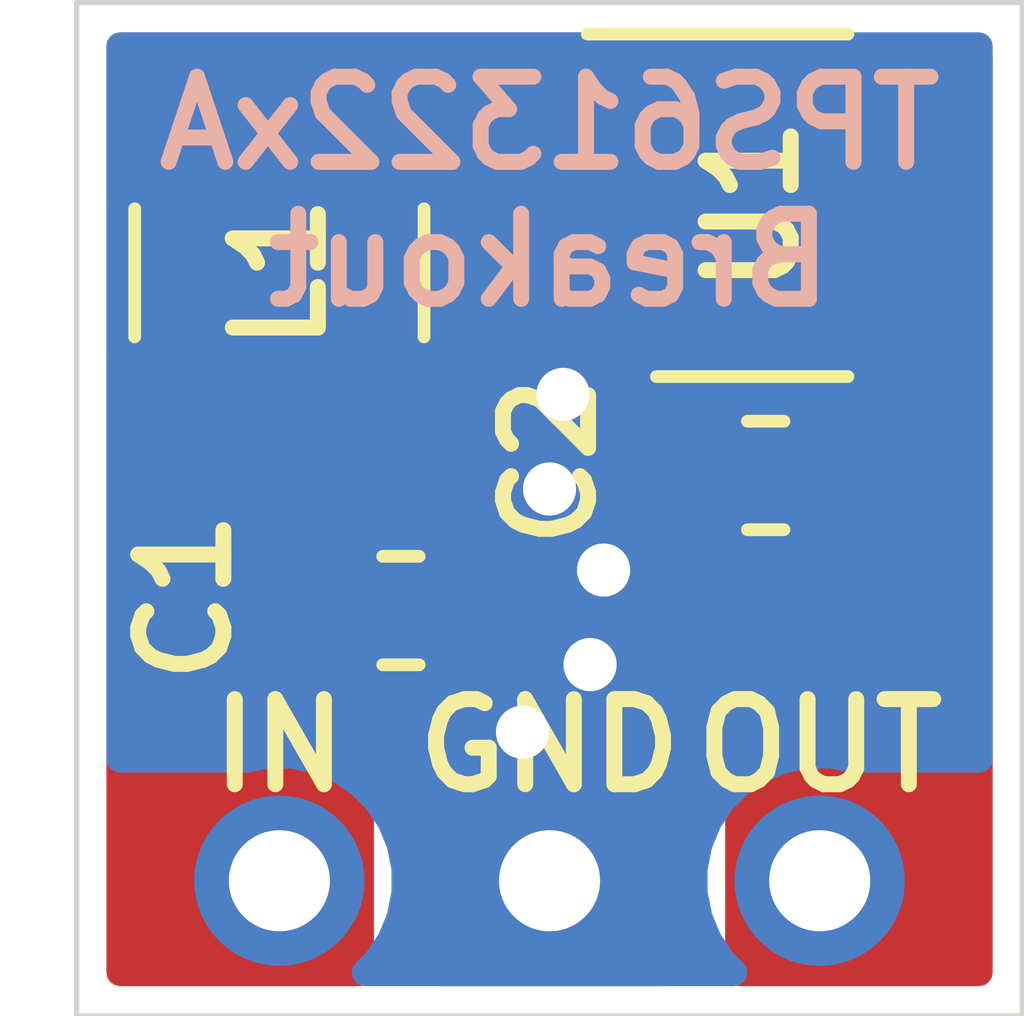
<source format=kicad_pcb>
(kicad_pcb (version 20171130) (host pcbnew "(5.1.5)-3")

  (general
    (thickness 1.6)
    (drawings 8)
    (tracks 5)
    (zones 0)
    (modules 5)
    (nets 5)
  )

  (page A4)
  (layers
    (0 F.Cu signal)
    (31 B.Cu signal)
    (32 B.Adhes user)
    (33 F.Adhes user)
    (34 B.Paste user)
    (35 F.Paste user)
    (36 B.SilkS user)
    (37 F.SilkS user)
    (38 B.Mask user)
    (39 F.Mask user)
    (40 Dwgs.User user)
    (41 Cmts.User user)
    (42 Eco1.User user)
    (43 Eco2.User user)
    (44 Edge.Cuts user)
    (45 Margin user)
    (46 B.CrtYd user)
    (47 F.CrtYd user)
    (48 B.Fab user)
    (49 F.Fab user)
  )

  (setup
    (last_trace_width 0.25)
    (trace_clearance 0.2)
    (zone_clearance 0.254)
    (zone_45_only no)
    (trace_min 0.2)
    (via_size 0.8)
    (via_drill 0.4)
    (via_min_size 0.4)
    (via_min_drill 0.3)
    (uvia_size 0.3)
    (uvia_drill 0.1)
    (uvias_allowed no)
    (uvia_min_size 0.2)
    (uvia_min_drill 0.1)
    (edge_width 0.05)
    (segment_width 0.2)
    (pcb_text_width 0.3)
    (pcb_text_size 1.5 1.5)
    (mod_edge_width 0.12)
    (mod_text_size 1 1)
    (mod_text_width 0.15)
    (pad_size 1.524 1.524)
    (pad_drill 0.762)
    (pad_to_mask_clearance 0.051)
    (solder_mask_min_width 0.25)
    (aux_axis_origin 151.13 113.03)
    (grid_origin 151.13 113.03)
    (visible_elements 7FFDFFFF)
    (pcbplotparams
      (layerselection 0x010fc_ffffffff)
      (usegerberextensions true)
      (usegerberattributes false)
      (usegerberadvancedattributes false)
      (creategerberjobfile false)
      (excludeedgelayer true)
      (linewidth 0.100000)
      (plotframeref false)
      (viasonmask false)
      (mode 1)
      (useauxorigin false)
      (hpglpennumber 1)
      (hpglpenspeed 20)
      (hpglpendiameter 15.000000)
      (psnegative false)
      (psa4output false)
      (plotreference true)
      (plotvalue true)
      (plotinvisibletext false)
      (padsonsilk false)
      (subtractmaskfromsilk true)
      (outputformat 1)
      (mirror false)
      (drillshape 0)
      (scaleselection 1)
      (outputdirectory "gerber/"))
  )

  (net 0 "")
  (net 1 GND)
  (net 2 VIN)
  (net 3 VOUT)
  (net 4 "Net-(L1-Pad2)")

  (net_class Default "これはデフォルトのネット クラスです。"
    (clearance 0.2)
    (trace_width 0.25)
    (via_dia 0.8)
    (via_drill 0.4)
    (uvia_dia 0.3)
    (uvia_drill 0.1)
    (add_net GND)
    (add_net "Net-(L1-Pad2)")
    (add_net VIN)
    (add_net VOUT)
  )

  (module Package_TO_SOT_SMD:SOT-23-5_HandSoldering (layer F.Cu) (tedit 5A0AB76C) (tstamp 5EBD3F64)
    (at 157.48 105.41)
    (descr "5-pin SOT23 package")
    (tags "SOT-23-5 hand-soldering")
    (path /5EBD6998)
    (attr smd)
    (fp_text reference U1 (at 0 0 90) (layer F.SilkS)
      (effects (font (size 0.8 0.8) (thickness 0.15)))
    )
    (fp_text value TPS61322xA (at 0 2.9) (layer F.Fab)
      (effects (font (size 1 1) (thickness 0.15)))
    )
    (fp_line (start 2.38 1.8) (end -2.38 1.8) (layer F.CrtYd) (width 0.05))
    (fp_line (start 2.38 1.8) (end 2.38 -1.8) (layer F.CrtYd) (width 0.05))
    (fp_line (start -2.38 -1.8) (end -2.38 1.8) (layer F.CrtYd) (width 0.05))
    (fp_line (start -2.38 -1.8) (end 2.38 -1.8) (layer F.CrtYd) (width 0.05))
    (fp_line (start 0.9 -1.55) (end 0.9 1.55) (layer F.Fab) (width 0.1))
    (fp_line (start 0.9 1.55) (end -0.9 1.55) (layer F.Fab) (width 0.1))
    (fp_line (start -0.9 -0.9) (end -0.9 1.55) (layer F.Fab) (width 0.1))
    (fp_line (start 0.9 -1.55) (end -0.25 -1.55) (layer F.Fab) (width 0.1))
    (fp_line (start -0.9 -0.9) (end -0.25 -1.55) (layer F.Fab) (width 0.1))
    (fp_line (start 0.9 -1.61) (end -1.55 -1.61) (layer F.SilkS) (width 0.12))
    (fp_line (start -0.9 1.61) (end 0.9 1.61) (layer F.SilkS) (width 0.12))
    (fp_text user %R (at 0 0 90) (layer F.Fab)
      (effects (font (size 0.5 0.5) (thickness 0.075)))
    )
    (pad 5 smd rect (at 1.35 -0.95) (size 1.56 0.65) (layers F.Cu F.Paste F.Mask)
      (net 3 VOUT))
    (pad 4 smd rect (at 1.35 0.95) (size 1.56 0.65) (layers F.Cu F.Paste F.Mask)
      (net 3 VOUT))
    (pad 3 smd rect (at -1.35 0.95) (size 1.56 0.65) (layers F.Cu F.Paste F.Mask)
      (net 1 GND))
    (pad 2 smd rect (at -1.35 0) (size 1.56 0.65) (layers F.Cu F.Paste F.Mask)
      (net 1 GND))
    (pad 1 smd rect (at -1.35 -0.95) (size 1.56 0.65) (layers F.Cu F.Paste F.Mask)
      (net 4 "Net-(L1-Pad2)"))
    (model ${KISYS3DMOD}/Package_TO_SOT_SMD.3dshapes/SOT-23-5.wrl
      (at (xyz 0 0 0))
      (scale (xyz 1 1 1))
      (rotate (xyz 0 0 0))
    )
  )

  (module Inductor_SMD:L_1210_3225Metric (layer F.Cu) (tedit 5B301BBE) (tstamp 5EBD4C97)
    (at 153.035 106.045 90)
    (descr "Inductor SMD 1210 (3225 Metric), square (rectangular) end terminal, IPC_7351 nominal, (Body size source: http://www.tortai-tech.com/upload/download/2011102023233369053.pdf), generated with kicad-footprint-generator")
    (tags inductor)
    (path /5EBCD990)
    (attr smd)
    (fp_text reference L1 (at 0 0 270) (layer F.SilkS)
      (effects (font (size 0.8 0.8) (thickness 0.15)))
    )
    (fp_text value 4.7uH (at 0 2.28 90) (layer F.Fab)
      (effects (font (size 1 1) (thickness 0.15)))
    )
    (fp_text user %R (at 0 0 90) (layer F.Fab)
      (effects (font (size 0.8 0.8) (thickness 0.12)))
    )
    (fp_line (start 2.28 1.58) (end -2.28 1.58) (layer F.CrtYd) (width 0.05))
    (fp_line (start 2.28 -1.58) (end 2.28 1.58) (layer F.CrtYd) (width 0.05))
    (fp_line (start -2.28 -1.58) (end 2.28 -1.58) (layer F.CrtYd) (width 0.05))
    (fp_line (start -2.28 1.58) (end -2.28 -1.58) (layer F.CrtYd) (width 0.05))
    (fp_line (start -0.602064 1.36) (end 0.602064 1.36) (layer F.SilkS) (width 0.12))
    (fp_line (start -0.602064 -1.36) (end 0.602064 -1.36) (layer F.SilkS) (width 0.12))
    (fp_line (start 1.6 1.25) (end -1.6 1.25) (layer F.Fab) (width 0.1))
    (fp_line (start 1.6 -1.25) (end 1.6 1.25) (layer F.Fab) (width 0.1))
    (fp_line (start -1.6 -1.25) (end 1.6 -1.25) (layer F.Fab) (width 0.1))
    (fp_line (start -1.6 1.25) (end -1.6 -1.25) (layer F.Fab) (width 0.1))
    (pad 2 smd roundrect (at 1.4 0 90) (size 1.25 2.65) (layers F.Cu F.Paste F.Mask) (roundrect_rratio 0.2)
      (net 4 "Net-(L1-Pad2)"))
    (pad 1 smd roundrect (at -1.4 0 90) (size 1.25 2.65) (layers F.Cu F.Paste F.Mask) (roundrect_rratio 0.2)
      (net 2 VIN))
    (model ${KISYS3DMOD}/Inductor_SMD.3dshapes/L_1210_3225Metric.wrl
      (at (xyz 0 0 0))
      (scale (xyz 1 1 1))
      (rotate (xyz 0 0 0))
    )
  )

  (module footprints:Connector_2.54mm_03 (layer F.Cu) (tedit 5EB63FEA) (tstamp 5EBD386D)
    (at 153.035 111.76 90)
    (path /5EBDB843)
    (fp_text reference J1 (at 0 -1.778 90) (layer F.Fab)
      (effects (font (size 1 1) (thickness 0.15)))
    )
    (fp_text value Conn_01x03 (at 0 -3.302 90) (layer F.Fab) hide
      (effects (font (size 1 1) (thickness 0.15)))
    )
    (pad 3 thru_hole circle (at 0 5.08 90) (size 1.6 1.6) (drill 0.95) (layers *.Cu *.Mask)
      (net 3 VOUT))
    (pad 2 thru_hole circle (at 0 2.54 90) (size 1.6 1.6) (drill 0.95) (layers *.Cu *.Mask)
      (net 1 GND))
    (pad 1 thru_hole circle (at 0 0 90) (size 1.6 1.6) (drill 0.95) (layers *.Cu *.Mask)
      (net 2 VIN))
  )

  (module Capacitor_SMD:C_0603_1608Metric_Pad1.05x0.95mm_HandSolder (layer F.Cu) (tedit 5B301BBE) (tstamp 5EBD527A)
    (at 157.607 107.95 180)
    (descr "Capacitor SMD 0603 (1608 Metric), square (rectangular) end terminal, IPC_7351 nominal with elongated pad for handsoldering. (Body size source: http://www.tortai-tech.com/upload/download/2011102023233369053.pdf), generated with kicad-footprint-generator")
    (tags "capacitor handsolder")
    (path /5EBCE6AC)
    (attr smd)
    (fp_text reference C2 (at 2.032 0.127 90 unlocked) (layer F.SilkS)
      (effects (font (size 0.8 0.8) (thickness 0.15)))
    )
    (fp_text value 22uF (at 0 1.43) (layer F.Fab)
      (effects (font (size 1 1) (thickness 0.15)))
    )
    (fp_text user %R (at 0 0) (layer F.Fab)
      (effects (font (size 0.4 0.4) (thickness 0.06)))
    )
    (fp_line (start 1.65 0.73) (end -1.65 0.73) (layer F.CrtYd) (width 0.05))
    (fp_line (start 1.65 -0.73) (end 1.65 0.73) (layer F.CrtYd) (width 0.05))
    (fp_line (start -1.65 -0.73) (end 1.65 -0.73) (layer F.CrtYd) (width 0.05))
    (fp_line (start -1.65 0.73) (end -1.65 -0.73) (layer F.CrtYd) (width 0.05))
    (fp_line (start -0.171267 0.51) (end 0.171267 0.51) (layer F.SilkS) (width 0.12))
    (fp_line (start -0.171267 -0.51) (end 0.171267 -0.51) (layer F.SilkS) (width 0.12))
    (fp_line (start 0.8 0.4) (end -0.8 0.4) (layer F.Fab) (width 0.1))
    (fp_line (start 0.8 -0.4) (end 0.8 0.4) (layer F.Fab) (width 0.1))
    (fp_line (start -0.8 -0.4) (end 0.8 -0.4) (layer F.Fab) (width 0.1))
    (fp_line (start -0.8 0.4) (end -0.8 -0.4) (layer F.Fab) (width 0.1))
    (pad 2 smd roundrect (at 0.875 0 180) (size 1.05 0.95) (layers F.Cu F.Paste F.Mask) (roundrect_rratio 0.25)
      (net 1 GND))
    (pad 1 smd roundrect (at -0.875 0 180) (size 1.05 0.95) (layers F.Cu F.Paste F.Mask) (roundrect_rratio 0.25)
      (net 3 VOUT))
    (model ${KISYS3DMOD}/Capacitor_SMD.3dshapes/C_0603_1608Metric.wrl
      (at (xyz 0 0 0))
      (scale (xyz 1 1 1))
      (rotate (xyz 0 0 0))
    )
  )

  (module Capacitor_SMD:C_0603_1608Metric_Pad1.05x0.95mm_HandSolder (layer F.Cu) (tedit 5B301BBE) (tstamp 5EBD4B91)
    (at 154.178 109.22)
    (descr "Capacitor SMD 0603 (1608 Metric), square (rectangular) end terminal, IPC_7351 nominal with elongated pad for handsoldering. (Body size source: http://www.tortai-tech.com/upload/download/2011102023233369053.pdf), generated with kicad-footprint-generator")
    (tags "capacitor handsolder")
    (path /5EBD2499)
    (attr smd)
    (fp_text reference C1 (at -2.032 -0.127 90) (layer F.SilkS)
      (effects (font (size 0.8 0.8) (thickness 0.15)))
    )
    (fp_text value 4.7uF (at 0 1.43) (layer F.Fab)
      (effects (font (size 1 1) (thickness 0.15)))
    )
    (fp_text user %R (at 0 0) (layer F.Fab)
      (effects (font (size 0.4 0.4) (thickness 0.06)))
    )
    (fp_line (start 1.65 0.73) (end -1.65 0.73) (layer F.CrtYd) (width 0.05))
    (fp_line (start 1.65 -0.73) (end 1.65 0.73) (layer F.CrtYd) (width 0.05))
    (fp_line (start -1.65 -0.73) (end 1.65 -0.73) (layer F.CrtYd) (width 0.05))
    (fp_line (start -1.65 0.73) (end -1.65 -0.73) (layer F.CrtYd) (width 0.05))
    (fp_line (start -0.171267 0.51) (end 0.171267 0.51) (layer F.SilkS) (width 0.12))
    (fp_line (start -0.171267 -0.51) (end 0.171267 -0.51) (layer F.SilkS) (width 0.12))
    (fp_line (start 0.8 0.4) (end -0.8 0.4) (layer F.Fab) (width 0.1))
    (fp_line (start 0.8 -0.4) (end 0.8 0.4) (layer F.Fab) (width 0.1))
    (fp_line (start -0.8 -0.4) (end 0.8 -0.4) (layer F.Fab) (width 0.1))
    (fp_line (start -0.8 0.4) (end -0.8 -0.4) (layer F.Fab) (width 0.1))
    (pad 2 smd roundrect (at 0.875 0) (size 1.05 0.95) (layers F.Cu F.Paste F.Mask) (roundrect_rratio 0.25)
      (net 1 GND))
    (pad 1 smd roundrect (at -0.875 0) (size 1.05 0.95) (layers F.Cu F.Paste F.Mask) (roundrect_rratio 0.25)
      (net 2 VIN))
    (model ${KISYS3DMOD}/Capacitor_SMD.3dshapes/C_0603_1608Metric.wrl
      (at (xyz 0 0 0))
      (scale (xyz 1 1 1))
      (rotate (xyz 0 0 0))
    )
  )

  (gr_text "TPS61322xA\nBreakout" (at 155.575 105.283) (layer B.SilkS)
    (effects (font (size 0.8 0.8) (thickness 0.15)) (justify mirror))
  )
  (gr_text OUT (at 158.115 110.49) (layer F.SilkS) (tstamp 5EBD581A)
    (effects (font (size 0.8 0.8) (thickness 0.15)))
  )
  (gr_text GND (at 155.575 110.49) (layer F.SilkS)
    (effects (font (size 0.8 0.8) (thickness 0.15)))
  )
  (gr_text IN (at 153.035 110.49) (layer F.SilkS)
    (effects (font (size 0.8 0.8) (thickness 0.15)))
  )
  (gr_line (start 151.13 113.03) (end 160.02 113.03) (layer Edge.Cuts) (width 0.05) (tstamp 5EBD3B79))
  (gr_line (start 151.13 103.505) (end 151.13 113.03) (layer Edge.Cuts) (width 0.05) (tstamp 5EBD3B21))
  (gr_line (start 160.02 103.505) (end 151.13 103.505) (layer Edge.Cuts) (width 0.05))
  (gr_line (start 160.02 113.03) (end 160.02 103.505) (layer Edge.Cuts) (width 0.05))

  (via (at 155.702 107.188) (size 0.8) (drill 0.5) (layers F.Cu B.Cu) (net 1))
  (via (at 156.083 108.839) (size 0.8) (drill 0.5) (layers F.Cu B.Cu) (net 1))
  (via (at 155.956 109.728) (size 0.8) (drill 0.5) (layers F.Cu B.Cu) (net 1))
  (via (at 155.575 108.077) (size 0.8) (drill 0.5) (layers F.Cu B.Cu) (net 1) (tstamp 5EBD560D))
  (via (at 155.321 110.363) (size 0.8) (drill 0.5) (layers F.Cu B.Cu) (net 1))

  (zone (net 2) (net_name VIN) (layer F.Cu) (tstamp 5EC8F6F2) (hatch edge 0.508)
    (connect_pads yes (clearance 0.254))
    (min_thickness 0.254)
    (fill yes (arc_segments 32) (thermal_gap 0.508) (thermal_bridge_width 0.508))
    (polygon
      (pts
        (xy 154.432 108.077) (xy 153.924 108.712) (xy 153.924 113.03) (xy 151.257 113.03) (xy 151.257 106.68)
        (xy 154.432 106.68)
      )
    )
    (filled_polygon
      (pts
        (xy 154.305 108.032452) (xy 153.82483 108.632664) (xy 153.811257 108.653535) (xy 153.802018 108.676654) (xy 153.797 108.712)
        (xy 153.797 112.624) (xy 151.536 112.624) (xy 151.536 106.807) (xy 154.305 106.807)
      )
    )
  )
  (zone (net 4) (net_name "Net-(L1-Pad2)") (layer F.Cu) (tstamp 5EC8F6EF) (hatch edge 0.508)
    (connect_pads yes (clearance 0.254))
    (min_thickness 0.254)
    (fill yes (arc_segments 32) (thermal_gap 0.508) (thermal_bridge_width 0.508))
    (polygon
      (pts
        (xy 156.972 104.775) (xy 154.94 104.775) (xy 154.178 105.537) (xy 151.13 105.537) (xy 151.13 103.505)
        (xy 156.972 103.505)
      )
    )
    (filled_polygon
      (pts
        (xy 156.845 104.648) (xy 154.94 104.648) (xy 154.915224 104.65044) (xy 154.891399 104.657667) (xy 154.869443 104.669403)
        (xy 154.850197 104.685197) (xy 154.125394 105.41) (xy 151.536 105.41) (xy 151.536 103.911) (xy 156.845 103.911)
      )
    )
  )
  (zone (net 3) (net_name VOUT) (layer F.Cu) (tstamp 5EC8F6EC) (hatch edge 0.508)
    (connect_pads yes (clearance 0.254))
    (min_thickness 0.254)
    (fill yes (arc_segments 32) (thermal_gap 0.508) (thermal_bridge_width 0.508))
    (polygon
      (pts
        (xy 160.02 113.03) (xy 157.226 113.03) (xy 157.226 109.601) (xy 157.861 108.712) (xy 157.861 105.918)
        (xy 157.861 103.886) (xy 160.02 103.886)
      )
    )
    (filled_polygon
      (pts
        (xy 159.614 112.624) (xy 157.353 112.624) (xy 157.353 109.641699) (xy 157.964344 108.785817) (xy 157.976759 108.764237)
        (xy 157.984726 108.74065) (xy 157.988 108.712) (xy 157.988 104.013) (xy 159.614001 104.013)
      )
    )
  )
  (zone (net 1) (net_name GND) (layer F.Cu) (tstamp 5EC8F6E9) (hatch edge 0.508)
    (connect_pads yes (clearance 0.254))
    (min_thickness 0.254)
    (fill yes (arc_segments 32) (thermal_gap 0.508) (thermal_bridge_width 0.508))
    (polygon
      (pts
        (xy 157.353 108.585) (xy 156.718 109.474) (xy 156.718 113.03) (xy 154.432 113.03) (xy 154.432 108.839)
        (xy 154.94 108.204) (xy 154.94 105.41) (xy 155.321 105.029) (xy 157.353 105.029) (xy 157.353 107.442)
      )
    )
    (filled_polygon
      (pts
        (xy 157.226 108.544301) (xy 156.614656 109.400183) (xy 156.602241 109.421763) (xy 156.594274 109.44535) (xy 156.591 109.474)
        (xy 156.591 112.624) (xy 154.559 112.624) (xy 154.559 108.883549) (xy 155.03917 108.283336) (xy 155.052743 108.262465)
        (xy 155.061982 108.239346) (xy 155.067 108.204) (xy 155.067 105.462606) (xy 155.361763 105.167843) (xy 156.91 105.167843)
        (xy 156.984689 105.160487) (xy 156.999481 105.156) (xy 157.226 105.156)
      )
    )
  )
  (zone (net 1) (net_name GND) (layer B.Cu) (tstamp 5EC8F6E6) (hatch edge 0.508)
    (connect_pads yes (clearance 0.254))
    (min_thickness 0.254)
    (fill yes (arc_segments 32) (thermal_gap 0.508) (thermal_bridge_width 0.508))
    (polygon
      (pts
        (xy 160.02 113.03) (xy 151.13 113.03) (xy 151.13 103.505) (xy 160.02 103.505)
      )
    )
    (filled_polygon
      (pts
        (xy 159.614 110.617) (xy 158.422354 110.617) (xy 158.231318 110.579) (xy 157.998682 110.579) (xy 157.770515 110.624386)
        (xy 157.555587 110.713412) (xy 157.362157 110.842658) (xy 157.197658 111.007157) (xy 157.068412 111.200587) (xy 156.979386 111.415515)
        (xy 156.934 111.643682) (xy 156.934 111.876318) (xy 156.979386 112.104485) (xy 157.068412 112.319413) (xy 157.197658 112.512843)
        (xy 157.308815 112.624) (xy 153.841185 112.624) (xy 153.952342 112.512843) (xy 154.081588 112.319413) (xy 154.170614 112.104485)
        (xy 154.216 111.876318) (xy 154.216 111.643682) (xy 154.170614 111.415515) (xy 154.081588 111.200587) (xy 153.952342 111.007157)
        (xy 153.787843 110.842658) (xy 153.594413 110.713412) (xy 153.379485 110.624386) (xy 153.151318 110.579) (xy 152.918682 110.579)
        (xy 152.727646 110.617) (xy 151.536 110.617) (xy 151.536 103.911) (xy 159.614001 103.911)
      )
    )
  )
  (zone (net 0) (net_name "") (layer B.Cu) (tstamp 0) (hatch edge 0.508)
    (connect_pads yes (clearance 0.254))
    (min_thickness 0.254)
    (keepout (tracks allowed) (vias allowed) (copperpour not_allowed))
    (fill (arc_segments 32) (thermal_gap 0.508) (thermal_bridge_width 0.508))
    (polygon
      (pts
        (xy 160.02 113.03) (xy 158.115 113.03) (xy 158.115 110.744) (xy 160.02 110.744)
      )
    )
  )
  (zone (net 0) (net_name "") (layer B.Cu) (tstamp 0) (hatch edge 0.508)
    (connect_pads yes (clearance 0.254))
    (min_thickness 0.254)
    (keepout (tracks allowed) (vias allowed) (copperpour not_allowed))
    (fill (arc_segments 32) (thermal_gap 0.508) (thermal_bridge_width 0.508))
    (polygon
      (pts
        (xy 153.035 113.03) (xy 151.13 113.03) (xy 151.13 110.744) (xy 153.035 110.744)
      )
    )
  )
)

</source>
